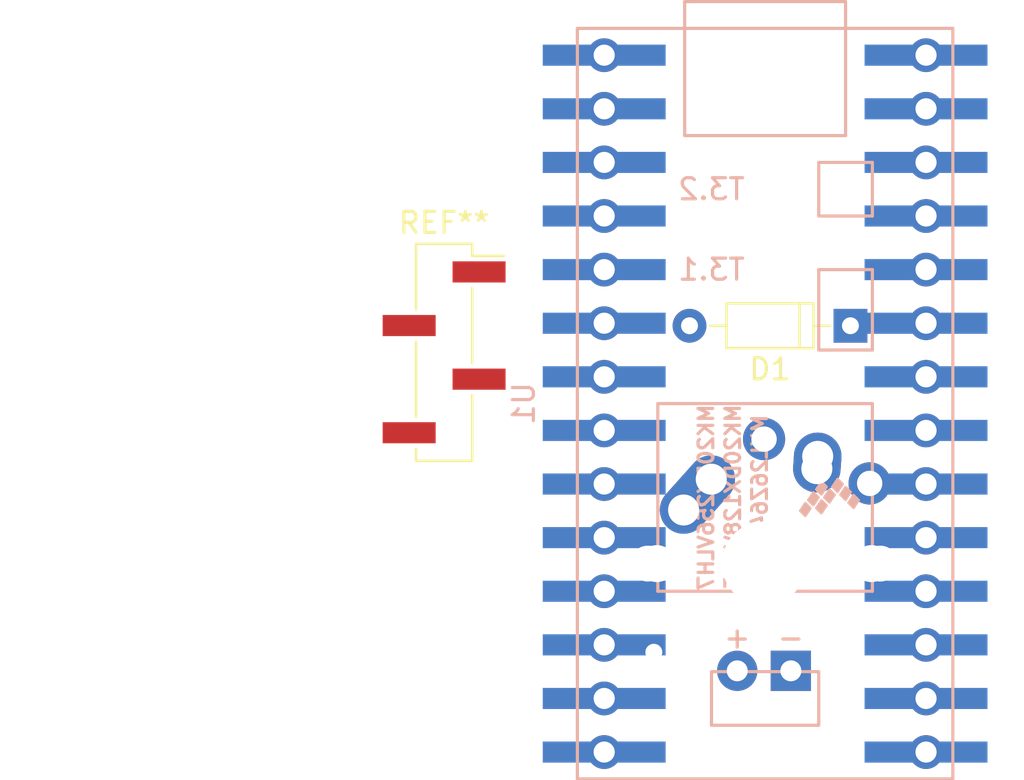
<source format=kicad_pcb>
(kicad_pcb (version 20171130) (host pcbnew "(5.1.5-0-10_14)")

  (general
    (thickness 1.6)
    (drawings 0)
    (tracks 0)
    (zones 0)
    (modules 4)
    (nets 30)
  )

  (page A4)
  (layers
    (0 F.Cu signal)
    (31 B.Cu signal)
    (32 B.Adhes user)
    (33 F.Adhes user)
    (34 B.Paste user)
    (35 F.Paste user)
    (36 B.SilkS user)
    (37 F.SilkS user)
    (38 B.Mask user)
    (39 F.Mask user)
    (40 Dwgs.User user)
    (41 Cmts.User user)
    (42 Eco1.User user)
    (43 Eco2.User user)
    (44 Edge.Cuts user)
    (45 Margin user)
    (46 B.CrtYd user)
    (47 F.CrtYd user)
    (48 B.Fab user)
    (49 F.Fab user)
  )

  (setup
    (last_trace_width 0.25)
    (trace_clearance 0.2)
    (zone_clearance 0.508)
    (zone_45_only no)
    (trace_min 0.2)
    (via_size 0.8)
    (via_drill 0.4)
    (via_min_size 0.4)
    (via_min_drill 0.3)
    (uvia_size 0.3)
    (uvia_drill 0.1)
    (uvias_allowed no)
    (uvia_min_size 0.2)
    (uvia_min_drill 0.1)
    (edge_width 0.05)
    (segment_width 0.2)
    (pcb_text_width 0.3)
    (pcb_text_size 1.5 1.5)
    (mod_edge_width 0.12)
    (mod_text_size 1 1)
    (mod_text_width 0.15)
    (pad_size 1 2.51)
    (pad_drill 0)
    (pad_to_mask_clearance 0.051)
    (solder_mask_min_width 0.25)
    (aux_axis_origin 0 0)
    (visible_elements FFFFFF7F)
    (pcbplotparams
      (layerselection 0x010fc_ffffffff)
      (usegerberextensions false)
      (usegerberattributes false)
      (usegerberadvancedattributes false)
      (creategerberjobfile false)
      (excludeedgelayer true)
      (linewidth 0.100000)
      (plotframeref false)
      (viasonmask false)
      (mode 1)
      (useauxorigin false)
      (hpglpennumber 1)
      (hpglpenspeed 20)
      (hpglpendiameter 15.000000)
      (psnegative false)
      (psa4output false)
      (plotreference true)
      (plotvalue true)
      (plotinvisibletext false)
      (padsonsilk false)
      (subtractmaskfromsilk false)
      (outputformat 1)
      (mirror false)
      (drillshape 1)
      (scaleselection 1)
      (outputdirectory ""))
  )

  (net 0 "")
  (net 1 "Net-(D1-Pad2)")
  (net 2 "Net-(D1-Pad1)")
  (net 3 "Net-(SW1-Pad1)")
  (net 4 "Net-(SW1-Pad3)")
  (net 5 "Net-(SW1-Pad4)")
  (net 6 "Net-(U1-Pad20)")
  (net 7 "Net-(U1-Pad21)")
  (net 8 "Net-(U1-Pad22)")
  (net 9 "Net-(U1-Pad23)")
  (net 10 "Net-(U1-Pad24)")
  (net 11 "Net-(U1-Pad25)")
  (net 12 "Net-(U1-Pad26)")
  (net 13 "Net-(U1-Pad29)")
  (net 14 "Net-(U1-Pad30)")
  (net 15 "Net-(U1-Pad31)")
  (net 16 "Net-(U1-Pad32)")
  (net 17 "Net-(U1-Pad33)")
  (net 18 "Net-(U1-Pad14)")
  (net 19 "Net-(U1-Pad13)")
  (net 20 "Net-(U1-Pad10)")
  (net 21 "Net-(U1-Pad9)")
  (net 22 "Net-(U1-Pad8)")
  (net 23 "Net-(U1-Pad7)")
  (net 24 "Net-(U1-Pad6)")
  (net 25 "Net-(U1-Pad5)")
  (net 26 "Net-(U1-Pad4)")
  (net 27 "Net-(U1-Pad3)")
  (net 28 "Net-(U1-Pad2)")
  (net 29 "Net-(U1-Pad1)")

  (net_class Default "This is the default net class."
    (clearance 0.2)
    (trace_width 0.25)
    (via_dia 0.8)
    (via_drill 0.4)
    (uvia_dia 0.3)
    (uvia_drill 0.1)
    (add_net "Net-(D1-Pad1)")
    (add_net "Net-(D1-Pad2)")
    (add_net "Net-(SW1-Pad1)")
    (add_net "Net-(SW1-Pad3)")
    (add_net "Net-(SW1-Pad4)")
    (add_net "Net-(U1-Pad1)")
    (add_net "Net-(U1-Pad10)")
    (add_net "Net-(U1-Pad13)")
    (add_net "Net-(U1-Pad14)")
    (add_net "Net-(U1-Pad2)")
    (add_net "Net-(U1-Pad20)")
    (add_net "Net-(U1-Pad21)")
    (add_net "Net-(U1-Pad22)")
    (add_net "Net-(U1-Pad23)")
    (add_net "Net-(U1-Pad24)")
    (add_net "Net-(U1-Pad25)")
    (add_net "Net-(U1-Pad26)")
    (add_net "Net-(U1-Pad29)")
    (add_net "Net-(U1-Pad3)")
    (add_net "Net-(U1-Pad30)")
    (add_net "Net-(U1-Pad31)")
    (add_net "Net-(U1-Pad32)")
    (add_net "Net-(U1-Pad33)")
    (add_net "Net-(U1-Pad4)")
    (add_net "Net-(U1-Pad5)")
    (add_net "Net-(U1-Pad6)")
    (add_net "Net-(U1-Pad7)")
    (add_net "Net-(U1-Pad8)")
    (add_net "Net-(U1-Pad9)")
  )

  (module chillpizza:Teensy30_31_32_LC_smt_combi (layer B.Cu) (tedit 5DF2F859) (tstamp 5DF2F84A)
    (at 142.81 73.55 270)
    (path /5DF14A40)
    (fp_text reference U1 (at 0 11.43 90) (layer B.SilkS)
      (effects (font (size 1 1) (thickness 0.15)) (justify mirror))
    )
    (fp_text value Teensy3.2 (at 0 -11.43 90) (layer B.Fab)
      (effects (font (size 1 1) (thickness 0.15)) (justify mirror))
    )
    (fp_text user T3.2 (at -10.16 2.54 180) (layer B.SilkS)
      (effects (font (size 1 1) (thickness 0.15)) (justify mirror))
    )
    (fp_text user T3.1 (at -6.35 2.54 180) (layer B.SilkS)
      (effects (font (size 1 1) (thickness 0.15)) (justify mirror))
    )
    (fp_line (start -17.78 -3.81) (end -19.05 -3.81) (layer B.SilkS) (width 0.15))
    (fp_line (start -19.05 -3.81) (end -19.05 3.81) (layer B.SilkS) (width 0.15))
    (fp_line (start -19.05 3.81) (end -17.78 3.81) (layer B.SilkS) (width 0.15))
    (fp_line (start -6.35 -5.08) (end -2.54 -5.08) (layer B.SilkS) (width 0.15))
    (fp_line (start -2.54 -5.08) (end -2.54 -2.54) (layer B.SilkS) (width 0.15))
    (fp_line (start -2.54 -2.54) (end -6.35 -2.54) (layer B.SilkS) (width 0.15))
    (fp_line (start -6.35 -2.54) (end -6.35 -5.08) (layer B.SilkS) (width 0.15))
    (fp_line (start -12.7 -3.81) (end -12.7 3.81) (layer B.SilkS) (width 0.15))
    (fp_line (start -12.7 3.81) (end -17.78 3.81) (layer B.SilkS) (width 0.15))
    (fp_line (start -12.7 -3.81) (end -17.78 -3.81) (layer B.SilkS) (width 0.15))
    (fp_line (start -11.43 -5.08) (end -8.89 -5.08) (layer B.SilkS) (width 0.15))
    (fp_line (start -8.89 -5.08) (end -8.89 -2.54) (layer B.SilkS) (width 0.15))
    (fp_line (start -8.89 -2.54) (end -11.43 -2.54) (layer B.SilkS) (width 0.15))
    (fp_line (start -11.43 -2.54) (end -11.43 -5.08) (layer B.SilkS) (width 0.15))
    (fp_line (start 15.24 2.54) (end 15.24 -2.54) (layer B.SilkS) (width 0.15))
    (fp_line (start 15.24 -2.54) (end 12.7 -2.54) (layer B.SilkS) (width 0.15))
    (fp_line (start 12.7 -2.54) (end 12.7 2.54) (layer B.SilkS) (width 0.15))
    (fp_line (start 12.7 2.54) (end 15.24 2.54) (layer B.SilkS) (width 0.15))
    (fp_line (start 8.89 -5.08) (end 8.89 5.08) (layer B.SilkS) (width 0.15))
    (fp_line (start 0 5.08) (end 0 -5.08) (layer B.SilkS) (width 0.15))
    (fp_line (start 8.89 5.08) (end 0 5.08) (layer B.SilkS) (width 0.15))
    (fp_line (start 8.89 -5.08) (end 0 -5.08) (layer B.SilkS) (width 0.15))
    (fp_line (start -17.78 8.89) (end 17.78 8.89) (layer B.SilkS) (width 0.15))
    (fp_line (start 17.78 8.89) (end 17.78 -8.89) (layer B.SilkS) (width 0.15))
    (fp_line (start 17.78 -8.89) (end -17.78 -8.89) (layer B.SilkS) (width 0.15))
    (fp_line (start -17.78 -8.89) (end -17.78 8.89) (layer B.SilkS) (width 0.15))
    (fp_poly (pts (xy 3.937 -2.921) (xy 3.683 -2.667) (xy 4.064 -2.413) (xy 4.318 -2.667)) (layer B.SilkS) (width 0.1))
    (fp_poly (pts (xy 4.318 -3.302) (xy 4.064 -3.048) (xy 4.445 -2.794) (xy 4.699 -3.048)) (layer B.SilkS) (width 0.1))
    (fp_poly (pts (xy 4.953 -2.159) (xy 4.699 -1.905) (xy 5.08 -1.651) (xy 5.334 -1.905)) (layer B.SilkS) (width 0.1))
    (fp_poly (pts (xy 4.191 -4.064) (xy 3.937 -3.81) (xy 4.318 -3.556) (xy 4.572 -3.81)) (layer B.SilkS) (width 0.1))
    (fp_poly (pts (xy 4.445 -2.54) (xy 4.191 -2.286) (xy 4.572 -2.032) (xy 4.826 -2.286)) (layer B.SilkS) (width 0.1))
    (fp_poly (pts (xy 4.572 -4.445) (xy 4.318 -4.191) (xy 4.699 -3.937) (xy 4.953 -4.191)) (layer B.SilkS) (width 0.1))
    (fp_poly (pts (xy 3.81 -3.683) (xy 3.556 -3.429) (xy 3.937 -3.175) (xy 4.191 -3.429)) (layer B.SilkS) (width 0.1))
    (fp_poly (pts (xy 4.826 -2.921) (xy 4.572 -2.667) (xy 4.953 -2.413) (xy 5.207 -2.667)) (layer B.SilkS) (width 0.1))
    (fp_text user MK20DX256VLH7 (at 4.445 2.794 90) (layer B.SilkS)
      (effects (font (size 0.7 0.7) (thickness 0.15)) (justify mirror))
    )
    (fp_text user MKL26Z64VFT4 (at 4.445 0.254 90) (layer B.SilkS)
      (effects (font (size 0.7 0.7) (thickness 0.15)) (justify mirror))
    )
    (fp_text user MK20DX128VLH5 (at 4.445 1.524 90) (layer B.SilkS)
      (effects (font (size 0.7 0.7) (thickness 0.15)) (justify mirror))
    )
    (pad 20 smd rect (at 16.51 9.275 270) (size 1 2.51) (layers B.Cu B.Paste B.Mask)
      (net 6 "Net-(U1-Pad20)"))
    (pad 20 smd rect (at 16.51 5.965 270) (size 1 2.51) (layers B.Cu B.Paste B.Mask)
      (net 6 "Net-(U1-Pad20)"))
    (pad 21 smd rect (at 13.97 9.275 270) (size 1 2.51) (layers B.Cu B.Paste B.Mask)
      (net 7 "Net-(U1-Pad21)"))
    (pad 21 smd rect (at 13.97 5.965 270) (size 1 2.51) (layers B.Cu B.Paste B.Mask)
      (net 7 "Net-(U1-Pad21)"))
    (pad 22 smd rect (at 11.43 9.275 270) (size 1 2.51) (layers B.Cu B.Paste B.Mask)
      (net 8 "Net-(U1-Pad22)"))
    (pad 22 smd rect (at 11.43 5.965 270) (size 1 2.51) (layers B.Cu B.Paste B.Mask)
      (net 8 "Net-(U1-Pad22)"))
    (pad 23 smd rect (at 8.89 9.275 270) (size 1 2.51) (layers B.Cu B.Paste B.Mask)
      (net 9 "Net-(U1-Pad23)"))
    (pad 23 smd rect (at 8.89 5.965 270) (size 1 2.51) (layers B.Cu B.Paste B.Mask)
      (net 9 "Net-(U1-Pad23)"))
    (pad 24 smd rect (at 6.35 9.275 270) (size 1 2.51) (layers B.Cu B.Paste B.Mask)
      (net 10 "Net-(U1-Pad24)"))
    (pad 24 smd rect (at 6.35 5.965 270) (size 1 2.51) (layers B.Cu B.Paste B.Mask)
      (net 10 "Net-(U1-Pad24)"))
    (pad 25 smd rect (at 3.81 9.275 270) (size 1 2.51) (layers B.Cu B.Paste B.Mask)
      (net 11 "Net-(U1-Pad25)"))
    (pad 25 smd rect (at 3.81 5.965 270) (size 1 2.51) (layers B.Cu B.Paste B.Mask)
      (net 11 "Net-(U1-Pad25)"))
    (pad 26 smd rect (at 1.27 9.275 270) (size 1 2.51) (layers B.Cu B.Paste B.Mask)
      (net 12 "Net-(U1-Pad26)"))
    (pad 26 smd rect (at 1.27 5.965 270) (size 1 2.51) (layers B.Cu B.Paste B.Mask)
      (net 12 "Net-(U1-Pad26)"))
    (pad 27 smd rect (at -1.27 9.275 270) (size 1 2.51) (layers B.Cu B.Paste B.Mask)
      (net 5 "Net-(SW1-Pad4)"))
    (pad 27 smd rect (at -1.27 5.965 270) (size 1 2.51) (layers B.Cu B.Paste B.Mask)
      (net 5 "Net-(SW1-Pad4)"))
    (pad 28 smd rect (at -3.81 9.275 270) (size 1 2.51) (layers B.Cu B.Paste B.Mask)
      (net 1 "Net-(D1-Pad2)"))
    (pad 28 smd rect (at -3.81 5.965 270) (size 1 2.51) (layers B.Cu B.Paste B.Mask)
      (net 1 "Net-(D1-Pad2)"))
    (pad 29 smd rect (at -6.35 9.275 270) (size 1 2.51) (layers B.Cu B.Paste B.Mask)
      (net 13 "Net-(U1-Pad29)"))
    (pad 29 smd rect (at -6.35 5.965 270) (size 1 2.51) (layers B.Cu B.Paste B.Mask)
      (net 13 "Net-(U1-Pad29)"))
    (pad 30 smd rect (at -8.89 9.275 270) (size 1 2.51) (layers B.Cu B.Paste B.Mask)
      (net 14 "Net-(U1-Pad30)"))
    (pad 30 smd rect (at -8.89 5.965 270) (size 1 2.51) (layers B.Cu B.Paste B.Mask)
      (net 14 "Net-(U1-Pad30)"))
    (pad 31 smd rect (at -11.43 9.275 270) (size 1 2.51) (layers B.Cu B.Paste B.Mask)
      (net 15 "Net-(U1-Pad31)"))
    (pad 31 smd rect (at -11.43 5.965 270) (size 1 2.51) (layers B.Cu B.Paste B.Mask)
      (net 15 "Net-(U1-Pad31)"))
    (pad 32 smd rect (at -13.97 9.275 270) (size 1 2.51) (layers B.Cu B.Paste B.Mask)
      (net 16 "Net-(U1-Pad32)"))
    (pad 32 smd rect (at -13.97 5.965 270) (size 1 2.51) (layers B.Cu B.Paste B.Mask)
      (net 16 "Net-(U1-Pad32)"))
    (pad 33 smd rect (at -16.51 9.275 270) (size 1 2.51) (layers B.Cu Dwgs.User)
      (net 17 "Net-(U1-Pad33)"))
    (pad 33 smd rect (at -16.51 5.965 270) (size 1 2.51) (layers B.Cu B.Paste B.Mask)
      (net 17 "Net-(U1-Pad33)"))
    (pad 14 smd rect (at 16.51 -9.275 270) (size 1 2.51) (layers B.Cu B.Paste B.Mask)
      (net 18 "Net-(U1-Pad14)"))
    (pad 14 smd rect (at 16.51 -5.965 270) (size 1 2.51) (layers B.Cu B.Paste B.Mask)
      (net 18 "Net-(U1-Pad14)"))
    (pad 13 smd rect (at 13.97 -9.275 270) (size 1 2.51) (layers B.Cu B.Paste B.Mask)
      (net 19 "Net-(U1-Pad13)"))
    (pad 13 smd rect (at 13.97 -5.965 270) (size 1 2.51) (layers B.Cu B.Paste B.Mask)
      (net 19 "Net-(U1-Pad13)"))
    (pad 12 smd rect (at 11.43 -9.275 270) (size 1 2.51) (layers B.Cu B.Paste B.Mask)
      (net 4 "Net-(SW1-Pad3)"))
    (pad 12 smd rect (at 11.43 -5.965 270) (size 1 2.51) (layers B.Cu B.Paste B.Mask)
      (net 4 "Net-(SW1-Pad3)"))
    (pad 11 smd rect (at 8.89 -9.275 270) (size 1 2.51) (layers B.Cu B.Paste B.Mask)
      (net 3 "Net-(SW1-Pad1)"))
    (pad 11 smd rect (at 8.89 -5.965 270) (size 1 2.51) (layers B.Cu B.Paste B.Mask)
      (net 3 "Net-(SW1-Pad1)"))
    (pad 10 smd rect (at 6.35 -9.275 270) (size 1 2.51) (layers B.Cu B.Paste B.Mask)
      (net 20 "Net-(U1-Pad10)"))
    (pad 10 smd rect (at 6.35 -5.965 270) (size 1 2.51) (layers B.Cu B.Paste B.Mask)
      (net 20 "Net-(U1-Pad10)"))
    (pad 9 smd rect (at 3.81 -9.275 270) (size 1 2.51) (layers B.Cu B.Paste B.Mask)
      (net 21 "Net-(U1-Pad9)"))
    (pad 9 smd rect (at 3.81 -5.965 270) (size 1 2.51) (layers B.Cu B.Paste B.Mask)
      (net 21 "Net-(U1-Pad9)"))
    (pad 8 smd rect (at 1.27 -9.275 270) (size 1 2.51) (layers B.Cu B.Paste B.Mask)
      (net 22 "Net-(U1-Pad8)"))
    (pad 8 smd rect (at 1.27 -5.965 270) (size 1 2.51) (layers B.Cu B.Paste B.Mask)
      (net 22 "Net-(U1-Pad8)"))
    (pad 7 smd rect (at -1.27 -9.275 270) (size 1 2.51) (layers B.Cu B.Paste B.Mask)
      (net 23 "Net-(U1-Pad7)"))
    (pad 7 smd rect (at -1.27 -5.965 270) (size 1 2.51) (layers B.Cu B.Paste B.Mask)
      (net 23 "Net-(U1-Pad7)"))
    (pad 6 smd rect (at -3.81 -9.275 270) (size 1 2.51) (layers B.Cu B.Paste B.Mask)
      (net 24 "Net-(U1-Pad6)"))
    (pad 6 smd rect (at -3.81 -5.965 270) (size 1 2.51) (layers B.Cu B.Paste B.Mask)
      (net 24 "Net-(U1-Pad6)"))
    (pad 5 smd rect (at -6.35 -9.275 270) (size 1 2.51) (layers B.Cu B.Paste B.Mask)
      (net 25 "Net-(U1-Pad5)"))
    (pad 5 smd rect (at -6.35 -5.965 270) (size 1 2.51) (layers B.Cu B.Paste B.Mask)
      (net 25 "Net-(U1-Pad5)"))
    (pad 4 smd rect (at -8.89 -9.275 270) (size 1 2.51) (layers B.Cu B.Paste B.Mask)
      (net 26 "Net-(U1-Pad4)"))
    (pad 4 smd rect (at -8.89 -5.965 270) (size 1 2.51) (layers B.Cu B.Paste B.Mask)
      (net 26 "Net-(U1-Pad4)"))
    (pad 3 smd rect (at -11.43 -9.275 270) (size 1 2.51) (layers B.Cu B.Paste B.Mask)
      (net 27 "Net-(U1-Pad3)"))
    (pad 3 smd rect (at -11.43 -5.965 270) (size 1 2.51) (layers B.Cu B.Paste B.Mask)
      (net 27 "Net-(U1-Pad3)"))
    (pad 2 smd rect (at -13.97 -9.275 270) (size 1 2.51) (layers B.Cu B.Paste B.Mask)
      (net 28 "Net-(U1-Pad2)"))
    (pad 2 smd rect (at -13.97 -5.965 270) (size 1 2.51) (layers B.Cu B.Paste B.Mask)
      (net 28 "Net-(U1-Pad2)"))
    (pad 1 smd rect (at -16.51 -9.275 270) (size 1 2.51) (layers B.Cu B.Paste B.Mask)
      (net 29 "Net-(U1-Pad1)"))
    (pad 1 smd rect (at -16.51 -5.965 270) (size 1 2.51) (layers B.Cu B.Paste B.Mask)
      (net 29 "Net-(U1-Pad1)"))
    (pad 33 thru_hole circle (at -16.51 7.62 270) (size 1.6 1.6) (drill 1) (layers *.Cu *.Mask)
      (net 17 "Net-(U1-Pad33)"))
    (pad 32 thru_hole circle (at -13.97 7.62 270) (size 1.6 1.6) (drill 1) (layers *.Cu *.Mask)
      (net 16 "Net-(U1-Pad32)"))
    (pad 31 thru_hole circle (at -11.43 7.62 270) (size 1.6 1.6) (drill 1) (layers *.Cu *.Mask)
      (net 15 "Net-(U1-Pad31)"))
    (pad 30 thru_hole circle (at -8.89 7.62 270) (size 1.6 1.6) (drill 1) (layers *.Cu *.Mask)
      (net 14 "Net-(U1-Pad30)"))
    (pad 29 thru_hole circle (at -6.35 7.62 270) (size 1.6 1.6) (drill 1) (layers *.Cu *.Mask)
      (net 13 "Net-(U1-Pad29)"))
    (pad 28 thru_hole circle (at -3.81 7.62 270) (size 1.6 1.6) (drill 1) (layers *.Cu *.Mask)
      (net 1 "Net-(D1-Pad2)"))
    (pad 27 thru_hole circle (at -1.27 7.62 270) (size 1.6 1.6) (drill 1) (layers *.Cu *.Mask)
      (net 5 "Net-(SW1-Pad4)"))
    (pad 26 thru_hole circle (at 1.27 7.62 270) (size 1.6 1.6) (drill 1) (layers *.Cu *.Mask)
      (net 12 "Net-(U1-Pad26)"))
    (pad 25 thru_hole circle (at 3.81 7.62 270) (size 1.6 1.6) (drill 1) (layers *.Cu *.Mask)
      (net 11 "Net-(U1-Pad25)"))
    (pad 24 thru_hole circle (at 6.35 7.62 270) (size 1.6 1.6) (drill 1) (layers *.Cu *.Mask)
      (net 10 "Net-(U1-Pad24)"))
    (pad 23 thru_hole circle (at 8.89 7.62 270) (size 1.6 1.6) (drill 1) (layers *.Cu *.Mask)
      (net 9 "Net-(U1-Pad23)"))
    (pad 22 thru_hole circle (at 11.43 7.62 270) (size 1.6 1.6) (drill 1) (layers *.Cu *.Mask)
      (net 8 "Net-(U1-Pad22)"))
    (pad 21 thru_hole circle (at 13.97 7.62 270) (size 1.6 1.6) (drill 1) (layers *.Cu *.Mask)
      (net 7 "Net-(U1-Pad21)"))
    (pad 20 thru_hole circle (at 16.51 7.62 270) (size 1.6 1.6) (drill 1) (layers *.Cu *.Mask)
      (net 6 "Net-(U1-Pad20)"))
    (pad 14 thru_hole circle (at 16.51 -7.62 270) (size 1.6 1.6) (drill 1) (layers *.Cu *.Mask)
      (net 18 "Net-(U1-Pad14)"))
    (pad 13 thru_hole circle (at 13.97 -7.62 270) (size 1.6 1.6) (drill 1) (layers *.Cu *.Mask)
      (net 19 "Net-(U1-Pad13)"))
    (pad 12 thru_hole circle (at 11.43 -7.62 270) (size 1.6 1.6) (drill 1) (layers *.Cu *.Mask)
      (net 4 "Net-(SW1-Pad3)"))
    (pad 11 thru_hole circle (at 8.89 -7.62 270) (size 1.6 1.6) (drill 1) (layers *.Cu *.Mask)
      (net 3 "Net-(SW1-Pad1)"))
    (pad 10 thru_hole circle (at 6.35 -7.62 270) (size 1.6 1.6) (drill 1) (layers *.Cu *.Mask)
      (net 20 "Net-(U1-Pad10)"))
    (pad 9 thru_hole circle (at 3.81 -7.62 270) (size 1.6 1.6) (drill 1) (layers *.Cu *.Mask)
      (net 21 "Net-(U1-Pad9)"))
    (pad 8 thru_hole circle (at 1.27 -7.62 270) (size 1.6 1.6) (drill 1) (layers *.Cu *.Mask)
      (net 22 "Net-(U1-Pad8)"))
    (pad 7 thru_hole circle (at -1.27 -7.62 270) (size 1.6 1.6) (drill 1) (layers *.Cu *.Mask)
      (net 23 "Net-(U1-Pad7)"))
    (pad 6 thru_hole circle (at -3.81 -7.62 270) (size 1.6 1.6) (drill 1) (layers *.Cu *.Mask)
      (net 24 "Net-(U1-Pad6)"))
    (pad 5 thru_hole circle (at -6.35 -7.62 270) (size 1.6 1.6) (drill 1) (layers *.Cu *.Mask)
      (net 25 "Net-(U1-Pad5)"))
    (pad 4 thru_hole circle (at -8.89 -7.62 270) (size 1.6 1.6) (drill 1) (layers *.Cu *.Mask)
      (net 26 "Net-(U1-Pad4)"))
    (pad 3 thru_hole circle (at -11.43 -7.62 270) (size 1.6 1.6) (drill 1) (layers *.Cu *.Mask)
      (net 27 "Net-(U1-Pad3)"))
    (pad 2 thru_hole circle (at -13.97 -7.62 270) (size 1.6 1.6) (drill 1) (layers *.Cu *.Mask)
      (net 28 "Net-(U1-Pad2)"))
    (pad 1 thru_hole circle (at -16.51 -7.62 270) (size 1.6 1.6) (drill 1) (layers *.Cu *.Mask)
      (net 29 "Net-(U1-Pad1)"))
  )

  (module Pin_Headers:Pin_Header_Straight_1x04_Pitch2.54mm_SMD_Pin1Right (layer F.Cu) (tedit 59650532) (tstamp 5DF2F93C)
    (at 127.61 71.12)
    (descr "surface-mounted straight pin header, 1x04, 2.54mm pitch, single row, style 2 (pin 1 right)")
    (tags "Surface mounted pin header SMD 1x04 2.54mm single row style2 pin1 right")
    (attr smd)
    (fp_text reference REF** (at 0 -6.14) (layer F.SilkS)
      (effects (font (size 1 1) (thickness 0.15)))
    )
    (fp_text value Pin_Header_Straight_1x04_Pitch2.54mm_SMD_Pin1Right (at 0 6.14) (layer F.Fab)
      (effects (font (size 1 1) (thickness 0.15)))
    )
    (fp_line (start 1.27 5.08) (end -1.27 5.08) (layer F.Fab) (width 0.1))
    (fp_line (start -1.27 -5.08) (end 0.32 -5.08) (layer F.Fab) (width 0.1))
    (fp_line (start 1.27 5.08) (end 1.27 -4.13) (layer F.Fab) (width 0.1))
    (fp_line (start 1.27 -4.13) (end 0.32 -5.08) (layer F.Fab) (width 0.1))
    (fp_line (start -1.27 -5.08) (end -1.27 5.08) (layer F.Fab) (width 0.1))
    (fp_line (start -1.27 -1.59) (end -2.54 -1.59) (layer F.Fab) (width 0.1))
    (fp_line (start -2.54 -1.59) (end -2.54 -0.95) (layer F.Fab) (width 0.1))
    (fp_line (start -2.54 -0.95) (end -1.27 -0.95) (layer F.Fab) (width 0.1))
    (fp_line (start -1.27 3.49) (end -2.54 3.49) (layer F.Fab) (width 0.1))
    (fp_line (start -2.54 3.49) (end -2.54 4.13) (layer F.Fab) (width 0.1))
    (fp_line (start -2.54 4.13) (end -1.27 4.13) (layer F.Fab) (width 0.1))
    (fp_line (start 1.27 -4.13) (end 2.54 -4.13) (layer F.Fab) (width 0.1))
    (fp_line (start 2.54 -4.13) (end 2.54 -3.49) (layer F.Fab) (width 0.1))
    (fp_line (start 2.54 -3.49) (end 1.27 -3.49) (layer F.Fab) (width 0.1))
    (fp_line (start 1.27 0.95) (end 2.54 0.95) (layer F.Fab) (width 0.1))
    (fp_line (start 2.54 0.95) (end 2.54 1.59) (layer F.Fab) (width 0.1))
    (fp_line (start 2.54 1.59) (end 1.27 1.59) (layer F.Fab) (width 0.1))
    (fp_line (start -1.33 -5.14) (end 1.33 -5.14) (layer F.SilkS) (width 0.12))
    (fp_line (start -1.33 5.14) (end 1.33 5.14) (layer F.SilkS) (width 0.12))
    (fp_line (start 1.33 -3.05) (end 1.33 0.51) (layer F.SilkS) (width 0.12))
    (fp_line (start 1.33 2.03) (end 1.33 5.14) (layer F.SilkS) (width 0.12))
    (fp_line (start -1.33 -5.14) (end -1.33 -2.03) (layer F.SilkS) (width 0.12))
    (fp_line (start 1.33 -4.57) (end 2.85 -4.57) (layer F.SilkS) (width 0.12))
    (fp_line (start 1.33 -5.14) (end 1.33 -4.57) (layer F.SilkS) (width 0.12))
    (fp_line (start -1.33 4.57) (end -1.33 5.14) (layer F.SilkS) (width 0.12))
    (fp_line (start -1.33 -0.51) (end -1.33 3.05) (layer F.SilkS) (width 0.12))
    (fp_line (start -3.45 -5.6) (end -3.45 5.6) (layer F.CrtYd) (width 0.05))
    (fp_line (start -3.45 5.6) (end 3.45 5.6) (layer F.CrtYd) (width 0.05))
    (fp_line (start 3.45 5.6) (end 3.45 -5.6) (layer F.CrtYd) (width 0.05))
    (fp_line (start 3.45 -5.6) (end -3.45 -5.6) (layer F.CrtYd) (width 0.05))
    (fp_text user %R (at 0 0 90) (layer F.Fab)
      (effects (font (size 1 1) (thickness 0.15)))
    )
    (pad 2 smd rect (at -1.655 -1.27) (size 2.51 1) (layers F.Cu F.Paste F.Mask))
    (pad 4 smd rect (at -1.655 3.81) (size 2.51 1) (layers F.Cu F.Paste F.Mask))
    (pad 1 smd rect (at 1.655 -3.81) (size 2.51 1) (layers F.Cu F.Paste F.Mask))
    (pad 3 smd rect (at 1.655 1.27) (size 2.51 1) (layers F.Cu F.Paste F.Mask))
    (model ${KISYS3DMOD}/Pin_Headers.3dshapes/Pin_Header_Straight_1x04_Pitch2.54mm_SMD_Pin1Right.wrl
      (at (xyz 0 0 0))
      (scale (xyz 1 1 1))
      (rotate (xyz 0 0 0))
    )
  )

  (module Diodes_THT:D_DO-35_SOD27_P7.62mm_Horizontal (layer F.Cu) (tedit 5921392F) (tstamp 5DF1D494)
    (at 146.85 69.86 180)
    (descr "D, DO-35_SOD27 series, Axial, Horizontal, pin pitch=7.62mm, , length*diameter=4*2mm^2, , http://www.diodes.com/_files/packages/DO-35.pdf")
    (tags "D DO-35_SOD27 series Axial Horizontal pin pitch 7.62mm  length 4mm diameter 2mm")
    (path /5DF13768)
    (fp_text reference D1 (at 3.81 -2.06) (layer F.SilkS)
      (effects (font (size 1 1) (thickness 0.15)))
    )
    (fp_text value D (at 3.81 2.06) (layer F.Fab)
      (effects (font (size 1 1) (thickness 0.15)))
    )
    (fp_line (start 8.7 -1.35) (end -1.05 -1.35) (layer F.CrtYd) (width 0.05))
    (fp_line (start 8.7 1.35) (end 8.7 -1.35) (layer F.CrtYd) (width 0.05))
    (fp_line (start -1.05 1.35) (end 8.7 1.35) (layer F.CrtYd) (width 0.05))
    (fp_line (start -1.05 -1.35) (end -1.05 1.35) (layer F.CrtYd) (width 0.05))
    (fp_line (start 2.41 -1.06) (end 2.41 1.06) (layer F.SilkS) (width 0.12))
    (fp_line (start 6.64 0) (end 5.87 0) (layer F.SilkS) (width 0.12))
    (fp_line (start 0.98 0) (end 1.75 0) (layer F.SilkS) (width 0.12))
    (fp_line (start 5.87 -1.06) (end 1.75 -1.06) (layer F.SilkS) (width 0.12))
    (fp_line (start 5.87 1.06) (end 5.87 -1.06) (layer F.SilkS) (width 0.12))
    (fp_line (start 1.75 1.06) (end 5.87 1.06) (layer F.SilkS) (width 0.12))
    (fp_line (start 1.75 -1.06) (end 1.75 1.06) (layer F.SilkS) (width 0.12))
    (fp_line (start 2.41 -1) (end 2.41 1) (layer F.Fab) (width 0.1))
    (fp_line (start 7.62 0) (end 5.81 0) (layer F.Fab) (width 0.1))
    (fp_line (start 0 0) (end 1.81 0) (layer F.Fab) (width 0.1))
    (fp_line (start 5.81 -1) (end 1.81 -1) (layer F.Fab) (width 0.1))
    (fp_line (start 5.81 1) (end 5.81 -1) (layer F.Fab) (width 0.1))
    (fp_line (start 1.81 1) (end 5.81 1) (layer F.Fab) (width 0.1))
    (fp_line (start 1.81 -1) (end 1.81 1) (layer F.Fab) (width 0.1))
    (fp_text user %R (at 3.81 0) (layer F.Fab)
      (effects (font (size 1 1) (thickness 0.15)))
    )
    (pad 2 thru_hole oval (at 7.62 0 180) (size 1.6 1.6) (drill 0.8) (layers *.Cu *.Mask)
      (net 1 "Net-(D1-Pad2)"))
    (pad 1 thru_hole rect (at 0 0 180) (size 1.6 1.6) (drill 0.8) (layers *.Cu *.Mask)
      (net 2 "Net-(D1-Pad1)"))
    (model ${KISYS3DMOD}/Diodes_THT.3dshapes/D_DO-35_SOD27_P7.62mm_Horizontal.wrl
      (at (xyz 0 0 0))
      (scale (xyz 0.393701 0.393701 0.393701))
      (rotate (xyz 0 0 0))
    )
  )

  (module keebio:MX-Alps-Choc-1U (layer F.Cu) (tedit 5CE00D88) (tstamp 5DF1D88F)
    (at 142.76 81.13)
    (path /5DF11BDF)
    (fp_text reference SW1 (at 0 3.175) (layer F.Fab)
      (effects (font (size 1 1) (thickness 0.15)))
    )
    (fp_text value MX-with-LED (at 0 -7.9375) (layer Dwgs.User)
      (effects (font (size 1 1) (thickness 0.15)))
    )
    (fp_line (start 5 -7) (end 7 -7) (layer Dwgs.User) (width 0.15))
    (fp_line (start 7 -7) (end 7 -5) (layer Dwgs.User) (width 0.15))
    (fp_line (start 5 7) (end 7 7) (layer Dwgs.User) (width 0.15))
    (fp_line (start 7 7) (end 7 5) (layer Dwgs.User) (width 0.15))
    (fp_line (start -7 5) (end -7 7) (layer Dwgs.User) (width 0.15))
    (fp_line (start -7 7) (end -5 7) (layer Dwgs.User) (width 0.15))
    (fp_line (start -5 -7) (end -7 -7) (layer Dwgs.User) (width 0.15))
    (fp_line (start -7 -7) (end -7 -5) (layer Dwgs.User) (width 0.15))
    (fp_line (start -9.525 -9.525) (end 9.525 -9.525) (layer Dwgs.User) (width 0.15))
    (fp_line (start 9.525 -9.525) (end 9.525 9.525) (layer Dwgs.User) (width 0.15))
    (fp_line (start 9.525 9.525) (end -9.525 9.525) (layer Dwgs.User) (width 0.15))
    (fp_line (start -9.525 9.525) (end -9.525 -9.525) (layer Dwgs.User) (width 0.15))
    (fp_text user + (at -1.27 3.5) (layer F.SilkS)
      (effects (font (size 1 1) (thickness 0.15)))
    )
    (fp_text user + (at -1.27 3.5) (layer B.SilkS)
      (effects (font (size 1 1) (thickness 0.15)))
    )
    (fp_text user - (at 1.27 3.5) (layer F.SilkS)
      (effects (font (size 1 1) (thickness 0.15)))
    )
    (fp_text user - (at 1.27 3.5) (layer B.SilkS)
      (effects (font (size 1 1) (thickness 0.15)))
    )
    (pad 2 thru_hole oval (at 2.5 -4.5 86.1) (size 2.831378 2.25) (drill 1.47 (offset 0.290689 0)) (layers *.Cu *.Mask)
      (net 2 "Net-(D1-Pad1)"))
    (pad 2 thru_hole circle (at 2.54 -5.08) (size 2.25 2.25) (drill 1.47) (layers *.Cu *.Mask)
      (net 2 "Net-(D1-Pad1)"))
    (pad 1 thru_hole oval (at -3.81 -2.54 48.1) (size 4.211556 2.25) (drill 1.47 (offset 0.980778 0)) (layers *.Cu *.Mask)
      (net 3 "Net-(SW1-Pad1)"))
    (pad "" np_thru_hole circle (at 0 0) (size 3.9878 3.9878) (drill 3.9878) (layers *.Cu *.Mask))
    (pad 1 thru_hole circle (at -2.5 -4) (size 2.25 2.25) (drill 1.47) (layers *.Cu *.Mask)
      (net 3 "Net-(SW1-Pad1)"))
    (pad "" np_thru_hole circle (at -5.08 0 48.0996) (size 1.75 1.75) (drill 1.75) (layers *.Cu *.Mask))
    (pad "" np_thru_hole circle (at 5.08 0 48.0996) (size 1.75 1.75) (drill 1.75) (layers *.Cu *.Mask))
    (pad 2 thru_hole circle (at 5 -3.8) (size 2 2) (drill 1.2) (layers *.Cu *.Mask)
      (net 2 "Net-(D1-Pad1)"))
    (pad 1 thru_hole circle (at 0 -5.9) (size 2 2) (drill 1.2) (layers *.Cu *.Mask)
      (net 3 "Net-(SW1-Pad1)"))
    (pad "" np_thru_hole circle (at -5.5 0 48.1) (size 1.7 1.7) (drill 1.7) (layers *.Cu *.Mask))
    (pad "" np_thru_hole circle (at 5.5 0 48.1) (size 1.7 1.7) (drill 1.7) (layers *.Cu *.Mask))
    (pad "" np_thru_hole circle (at -5.22 4.2 48.1) (size 0.8 0.8) (drill 0.8) (layers *.Cu *.Mask))
    (pad 3 thru_hole circle (at -1.27 5.08) (size 1.905 1.905) (drill 0.9906) (layers *.Cu *.Mask)
      (net 4 "Net-(SW1-Pad3)"))
    (pad 4 thru_hole rect (at 1.27 5.08) (size 1.905 1.905) (drill 0.9906) (layers *.Cu *.Mask)
      (net 5 "Net-(SW1-Pad4)"))
  )

)

</source>
